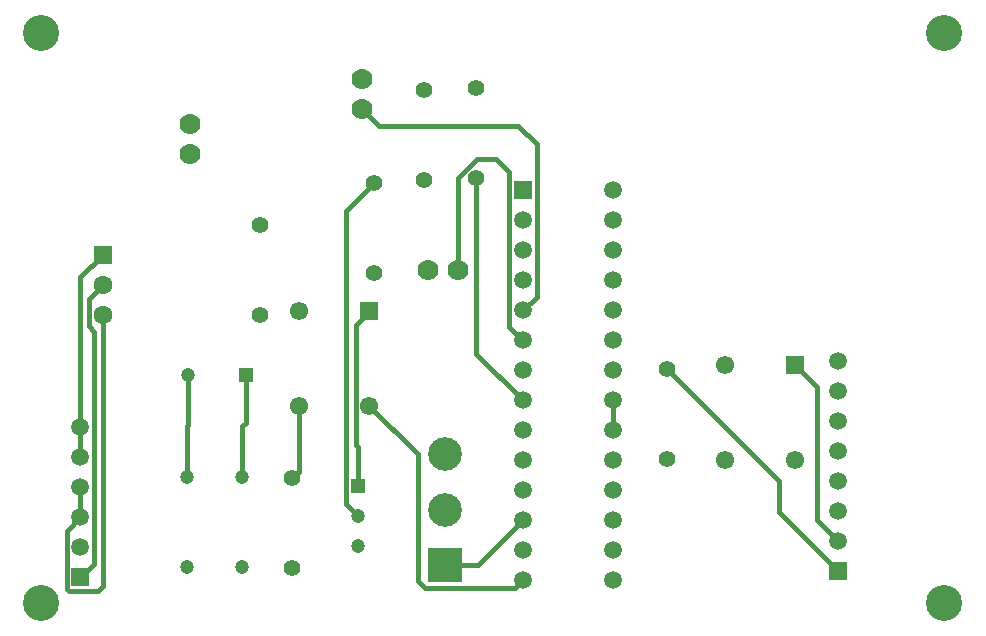
<source format=gtl>
G04*
G04 #@! TF.GenerationSoftware,Altium Limited,Altium Designer,21.6.4 (81)*
G04*
G04 Layer_Physical_Order=1*
G04 Layer_Color=255*
%FSLAX25Y25*%
%MOIN*%
G70*
G04*
G04 #@! TF.SameCoordinates,001FDD04-7A3F-48FA-9A57-AA4991743B26*
G04*
G04*
G04 #@! TF.FilePolarity,Positive*
G04*
G01*
G75*
%ADD20C,0.06102*%
%ADD21R,0.06102X0.06102*%
%ADD24C,0.11237*%
%ADD25R,0.11237X0.11237*%
%ADD30C,0.01500*%
%ADD31C,0.05906*%
%ADD32R,0.05906X0.05906*%
%ADD33C,0.06299*%
%ADD34R,0.06299X0.06299*%
%ADD35R,0.05906X0.05906*%
%ADD36C,0.05512*%
%ADD37C,0.07000*%
%ADD38R,0.04724X0.04724*%
%ADD39C,0.04724*%
%ADD40R,0.04724X0.04724*%
%ADD41C,0.12000*%
D20*
X235189Y56752D02*
D03*
Y88248D02*
D03*
X258811Y56752D02*
D03*
X93189Y74752D02*
D03*
Y106248D02*
D03*
X116811Y74752D02*
D03*
D21*
X258811Y88248D02*
D03*
X116811Y106248D02*
D03*
D24*
X142000Y58500D02*
D03*
Y40000D02*
D03*
D25*
Y21500D02*
D03*
D30*
X253300Y39200D02*
X273000Y19500D01*
X253300Y39200D02*
Y49700D01*
X216000Y87000D02*
X253300Y49700D01*
X75606Y69106D02*
Y85000D01*
X74500Y68000D02*
X75606Y69106D01*
X74500Y51000D02*
Y68000D01*
X56394Y68394D02*
Y85000D01*
X56000Y68000D02*
X56394Y68394D01*
X56000Y51000D02*
Y68000D01*
X93189Y52689D02*
Y74752D01*
X91000Y50500D02*
X93189Y52689D01*
X165400Y13900D02*
X168000Y16500D01*
X135200Y13900D02*
X165400D01*
X132900Y16200D02*
X135200Y13900D01*
X132900Y16200D02*
Y58663D01*
X116811Y74752D02*
X132900Y58663D01*
X266000Y36500D02*
X273000Y29500D01*
X266000Y36500D02*
Y81059D01*
X258811Y88248D02*
X266000Y81059D01*
X113000Y48000D02*
Y60900D01*
X112200Y61700D02*
X113000Y60900D01*
X112200Y61700D02*
Y101637D01*
X116811Y106248D01*
X142000Y21500D02*
X153000D01*
X168000Y36500D01*
X146500Y120000D02*
Y150600D01*
X152800Y156900D01*
X159100D01*
X163400Y152600D01*
Y101100D02*
Y152600D01*
Y101100D02*
X168000Y96500D01*
Y106500D02*
X172600Y111100D01*
Y161800D01*
X166400Y168000D02*
X172600Y161800D01*
X120000Y168000D02*
X166400D01*
X114500Y173500D02*
X120000Y168000D01*
X109000Y139500D02*
X118500Y149000D01*
X109000Y42000D02*
Y139500D01*
Y42000D02*
X113000Y38000D01*
X28000Y14600D02*
Y105000D01*
X26300Y12900D02*
X28000Y14600D01*
X16700Y12900D02*
X26300D01*
X15900Y13700D02*
X16700Y12900D01*
X15900Y13700D02*
Y32900D01*
X20500Y37500D01*
X152500Y92000D02*
Y150500D01*
Y92000D02*
X168000Y76500D01*
X20500Y67500D02*
Y117500D01*
X28000Y125000D01*
X20500Y17500D02*
X25100Y22100D01*
Y99400D01*
X23300Y101200D02*
X25100Y99400D01*
X23300Y101200D02*
Y110300D01*
X28000Y115000D01*
X198000Y66500D02*
Y76500D01*
X20500Y37500D02*
Y47500D01*
Y57500D02*
Y67500D01*
D31*
X273000Y89500D02*
D03*
Y79500D02*
D03*
Y69500D02*
D03*
Y59500D02*
D03*
Y49500D02*
D03*
Y39500D02*
D03*
Y29500D02*
D03*
X20500Y67500D02*
D03*
Y57500D02*
D03*
Y47500D02*
D03*
Y37500D02*
D03*
Y27500D02*
D03*
X198000Y16500D02*
D03*
Y26500D02*
D03*
Y36500D02*
D03*
Y46500D02*
D03*
Y56500D02*
D03*
Y66500D02*
D03*
Y76500D02*
D03*
Y86500D02*
D03*
Y96500D02*
D03*
Y106500D02*
D03*
Y116500D02*
D03*
Y126500D02*
D03*
Y136500D02*
D03*
Y146500D02*
D03*
X168000Y16500D02*
D03*
Y26500D02*
D03*
Y36500D02*
D03*
Y46500D02*
D03*
Y56500D02*
D03*
Y66500D02*
D03*
Y76500D02*
D03*
Y86500D02*
D03*
Y96500D02*
D03*
Y106500D02*
D03*
Y116500D02*
D03*
Y126500D02*
D03*
Y136500D02*
D03*
D32*
X273000Y19500D02*
D03*
X20500Y17500D02*
D03*
D33*
X28000Y105000D02*
D03*
Y115000D02*
D03*
D34*
Y125000D02*
D03*
D35*
X168000Y146500D02*
D03*
D36*
X216000Y87000D02*
D03*
Y57000D02*
D03*
X80500Y105000D02*
D03*
Y135000D02*
D03*
X152500Y150500D02*
D03*
Y180500D02*
D03*
X135000Y150000D02*
D03*
Y180000D02*
D03*
X118500Y149000D02*
D03*
Y119000D02*
D03*
X91000Y20500D02*
D03*
Y50500D02*
D03*
D37*
X57000Y158500D02*
D03*
Y168500D02*
D03*
X114500Y173500D02*
D03*
Y183500D02*
D03*
X146500Y120000D02*
D03*
X136500D02*
D03*
D38*
X113000Y48000D02*
D03*
D39*
Y38000D02*
D03*
Y28000D02*
D03*
X74500Y21000D02*
D03*
Y51000D02*
D03*
X56394Y85000D02*
D03*
X56000Y51000D02*
D03*
Y21000D02*
D03*
D40*
X75606Y85000D02*
D03*
D41*
X308500Y9000D02*
D03*
Y199000D02*
D03*
X7500Y9000D02*
D03*
Y199000D02*
D03*
M02*

</source>
